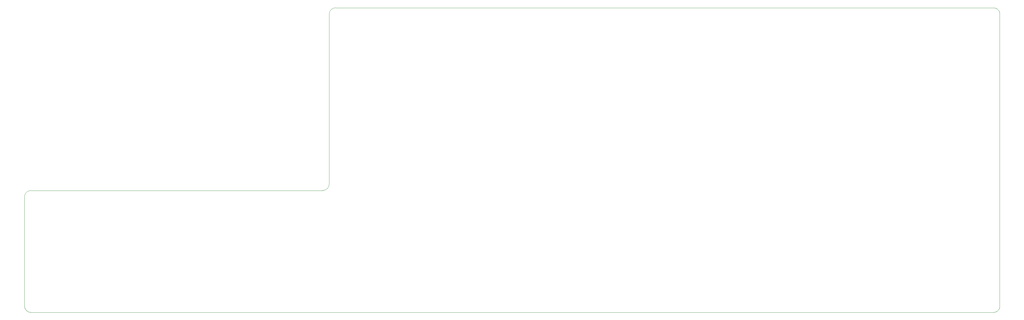
<source format=gbr>
%TF.GenerationSoftware,KiCad,Pcbnew,6.0.2-378541a8eb~116~ubuntu20.04.1*%
%TF.CreationDate,2022-02-23T18:58:34-06:00*%
%TF.ProjectId,LMN,4c4d4e2e-6b69-4636-9164-5f7063625858,rev?*%
%TF.SameCoordinates,Original*%
%TF.FileFunction,Profile,NP*%
%FSLAX46Y46*%
G04 Gerber Fmt 4.6, Leading zero omitted, Abs format (unit mm)*
G04 Created by KiCad (PCBNEW 6.0.2-378541a8eb~116~ubuntu20.04.1) date 2022-02-23 18:58:34*
%MOMM*%
%LPD*%
G01*
G04 APERTURE LIST*
%TA.AperFunction,Profile*%
%ADD10C,0.050000*%
%TD*%
G04 APERTURE END LIST*
D10*
X28629441Y-122291930D02*
X28599124Y-122137590D01*
X28792050Y-122732900D02*
X28727282Y-122590960D01*
X29667105Y-123607955D02*
X29529295Y-123530785D01*
X28956035Y-123000240D02*
X28869220Y-122869330D01*
X332790235Y-29160100D02*
X332896235Y-29275800D01*
X30575235Y-123824307D02*
X30418135Y-123818795D01*
X29529295Y-123530785D02*
X29398387Y-123443970D01*
X29053878Y-123124265D02*
X28956035Y-123000240D01*
X333278235Y-122443510D02*
X333223235Y-122590960D01*
X28581210Y-121981870D02*
X28574320Y-121826150D01*
X28574320Y-121826150D02*
X28574320Y-87720400D01*
X332994235Y-123000240D02*
X332896235Y-123124265D01*
X333158235Y-122732900D02*
X333081235Y-122869330D01*
X333351235Y-122137590D02*
X333319235Y-122291930D01*
X28727282Y-122590960D02*
X28672160Y-122443510D01*
X331687235Y-28599200D02*
X331842235Y-28629500D01*
X333369235Y-30418100D02*
X333375235Y-30575100D01*
X333158235Y-29667000D02*
X333223235Y-29809200D01*
X30418135Y-123818795D02*
X30261035Y-123800880D01*
X125820335Y-28574500D02*
G75*
G03*
X123820335Y-30574500I-1J-1999999D01*
G01*
X333319235Y-30108000D02*
X333351235Y-30261100D01*
X332896235Y-123124265D02*
X332790235Y-123240018D01*
X332674235Y-123346127D02*
X332550235Y-123443970D01*
X332896235Y-29275800D02*
X332994235Y-29398200D01*
X331532235Y-28581200D02*
X331687235Y-28599200D01*
X331993235Y-123727843D02*
X331842235Y-123769185D01*
X333375235Y-121824770D02*
X333369235Y-121981870D01*
X331687235Y-123800880D02*
X331532235Y-123818795D01*
X332141235Y-28727200D02*
X332283235Y-28792100D01*
X30574320Y-85720400D02*
G75*
G03*
X28574320Y-87720400I-1J-1999999D01*
G01*
X331842235Y-123769185D02*
X331687235Y-123800880D01*
X29809045Y-123672721D02*
X29667105Y-123607955D01*
X331376235Y-123824307D02*
X30575235Y-123824307D01*
X332674235Y-29053900D02*
X332790235Y-29160100D01*
X332550235Y-28956200D02*
X332674235Y-29053900D01*
X333369235Y-121981870D02*
X333351235Y-122137590D01*
X333223235Y-29809200D02*
X333278235Y-29955200D01*
X29955115Y-123727843D02*
X29809045Y-123672721D01*
X333081235Y-122869330D02*
X332994235Y-123000240D01*
X29159987Y-123240018D02*
X29053878Y-123124265D01*
X125820335Y-28574500D02*
X331376235Y-28574500D01*
X121820335Y-85720400D02*
G75*
G03*
X123820335Y-83720400I1J1999999D01*
G01*
X28599124Y-122137590D02*
X28581210Y-121981870D01*
X332550235Y-123443970D02*
X332419235Y-123530785D01*
X332419235Y-123530785D02*
X332283235Y-123607955D01*
X123820335Y-30574500D02*
X123820335Y-83720400D01*
X332790235Y-123240018D02*
X332674235Y-123346127D01*
X331376235Y-28574500D02*
X331532235Y-28581200D01*
X331532235Y-123818795D02*
X331376235Y-123824307D01*
X331842235Y-28629500D02*
X331993235Y-28672200D01*
X333081235Y-29529400D02*
X333158235Y-29667000D01*
X332283235Y-123607955D02*
X332141235Y-123672721D01*
X29275740Y-123346127D02*
X29159987Y-123240018D01*
X333319235Y-122291930D02*
X333278235Y-122443510D01*
X29398387Y-123443970D02*
X29275740Y-123346127D01*
X28672160Y-122443510D02*
X28629441Y-122291930D01*
X333223235Y-122590960D02*
X333158235Y-122732900D01*
X332419235Y-28869000D02*
X332550235Y-28956200D01*
X333278235Y-29955200D02*
X333319235Y-30108000D01*
X332283235Y-28792100D02*
X332419235Y-28869000D01*
X30574320Y-85720400D02*
X121820335Y-85720400D01*
X333375235Y-30575100D02*
X333375235Y-121824770D01*
X333351235Y-30261100D02*
X333369235Y-30418100D01*
X332141235Y-123672721D02*
X331993235Y-123727843D01*
X331993235Y-28672200D02*
X332141235Y-28727200D01*
X332994235Y-29398200D02*
X333081235Y-29529400D01*
X30261035Y-123800880D02*
X30108075Y-123769185D01*
X30108075Y-123769185D02*
X29955115Y-123727843D01*
X28869220Y-122869330D02*
X28792050Y-122732900D01*
M02*

</source>
